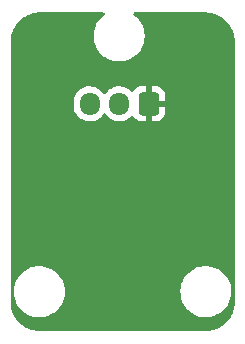
<source format=gbr>
%TF.GenerationSoftware,KiCad,Pcbnew,6.0.10+dfsg-1~bpo11+1*%
%TF.CreationDate,2023-01-29T22:58:32-06:00*%
%TF.ProjectId,hall_pcb,68616c6c-5f70-4636-922e-6b696361645f,rev?*%
%TF.SameCoordinates,Original*%
%TF.FileFunction,Copper,L2,Bot*%
%TF.FilePolarity,Positive*%
%FSLAX46Y46*%
G04 Gerber Fmt 4.6, Leading zero omitted, Abs format (unit mm)*
G04 Created by KiCad (PCBNEW 6.0.10+dfsg-1~bpo11+1) date 2023-01-29 22:58:32*
%MOMM*%
%LPD*%
G01*
G04 APERTURE LIST*
G04 Aperture macros list*
%AMRoundRect*
0 Rectangle with rounded corners*
0 $1 Rounding radius*
0 $2 $3 $4 $5 $6 $7 $8 $9 X,Y pos of 4 corners*
0 Add a 4 corners polygon primitive as box body*
4,1,4,$2,$3,$4,$5,$6,$7,$8,$9,$2,$3,0*
0 Add four circle primitives for the rounded corners*
1,1,$1+$1,$2,$3*
1,1,$1+$1,$4,$5*
1,1,$1+$1,$6,$7*
1,1,$1+$1,$8,$9*
0 Add four rect primitives between the rounded corners*
20,1,$1+$1,$2,$3,$4,$5,0*
20,1,$1+$1,$4,$5,$6,$7,0*
20,1,$1+$1,$6,$7,$8,$9,0*
20,1,$1+$1,$8,$9,$2,$3,0*%
G04 Aperture macros list end*
%TA.AperFunction,ComponentPad*%
%ADD10RoundRect,0.250000X0.600000X0.725000X-0.600000X0.725000X-0.600000X-0.725000X0.600000X-0.725000X0*%
%TD*%
%TA.AperFunction,ComponentPad*%
%ADD11O,1.700000X1.950000*%
%TD*%
%TA.AperFunction,ViaPad*%
%ADD12C,0.800000*%
%TD*%
G04 APERTURE END LIST*
D10*
%TO.P,J1,1,Pin_1*%
%TO.N,+3V3*%
X137700000Y-58800000D03*
D11*
%TO.P,J1,2,Pin_2*%
%TO.N,/Vout*%
X135200000Y-58800000D03*
%TO.P,J1,3,Pin_3*%
%TO.N,GNDREF*%
X132700000Y-58800000D03*
%TD*%
D12*
%TO.N,+3V3*%
X139787500Y-64562500D03*
%TD*%
%TA.AperFunction,Conductor*%
%TO.N,+3V3*%
G36*
X133941804Y-51078502D02*
G01*
X133988297Y-51132158D01*
X133998401Y-51202432D01*
X133968907Y-51267012D01*
X133952464Y-51282834D01*
X133898166Y-51326335D01*
X133735549Y-51456616D01*
X133732605Y-51459718D01*
X133732601Y-51459722D01*
X133535911Y-51666990D01*
X133532961Y-51670099D01*
X133361220Y-51909102D01*
X133223504Y-52169201D01*
X133122362Y-52445584D01*
X133059666Y-52733137D01*
X133036575Y-53026538D01*
X133053516Y-53320358D01*
X133054341Y-53324565D01*
X133054342Y-53324570D01*
X133069126Y-53399921D01*
X133110177Y-53609160D01*
X133111564Y-53613210D01*
X133111565Y-53613215D01*
X133131123Y-53670339D01*
X133205509Y-53887601D01*
X133337747Y-54150528D01*
X133340173Y-54154057D01*
X133340176Y-54154063D01*
X133379950Y-54211934D01*
X133504445Y-54393075D01*
X133702518Y-54610754D01*
X133705807Y-54613504D01*
X133925009Y-54796786D01*
X133925014Y-54796790D01*
X133928301Y-54799538D01*
X133994051Y-54840783D01*
X134173976Y-54953650D01*
X134173980Y-54953652D01*
X134177616Y-54955933D01*
X134250293Y-54988748D01*
X134441937Y-55075279D01*
X134441941Y-55075281D01*
X134445849Y-55077045D01*
X134449968Y-55078265D01*
X134723924Y-55159415D01*
X134723929Y-55159416D01*
X134728037Y-55160633D01*
X134732271Y-55161281D01*
X134732276Y-55161282D01*
X135014717Y-55204501D01*
X135014719Y-55204501D01*
X135018959Y-55205150D01*
X135168772Y-55207504D01*
X135308940Y-55209706D01*
X135308946Y-55209706D01*
X135313231Y-55209773D01*
X135605408Y-55174416D01*
X135890082Y-55099733D01*
X136161988Y-54987106D01*
X136416092Y-54838619D01*
X136647694Y-54657021D01*
X136695605Y-54607581D01*
X136849523Y-54448748D01*
X136852506Y-54445670D01*
X137026741Y-54208479D01*
X137167172Y-53949836D01*
X137271203Y-53674527D01*
X137315692Y-53480279D01*
X137335949Y-53391831D01*
X137335950Y-53391827D01*
X137336907Y-53387647D01*
X137337943Y-53376047D01*
X137362849Y-53096970D01*
X137362849Y-53096968D01*
X137363069Y-53094504D01*
X137363544Y-53049194D01*
X137363375Y-53046713D01*
X137343819Y-52759844D01*
X137343818Y-52759838D01*
X137343527Y-52755567D01*
X137283845Y-52467374D01*
X137185603Y-52189947D01*
X137050618Y-51928420D01*
X137034589Y-51905612D01*
X136883856Y-51691142D01*
X136883855Y-51691141D01*
X136881389Y-51687632D01*
X136700069Y-51492507D01*
X136683965Y-51475177D01*
X136683964Y-51475176D01*
X136681048Y-51472038D01*
X136658936Y-51453939D01*
X136567174Y-51378834D01*
X136453300Y-51285629D01*
X136453541Y-51285334D01*
X136411076Y-51231442D01*
X136404259Y-51160774D01*
X136436731Y-51097638D01*
X136498181Y-51062080D01*
X136528005Y-51058500D01*
X142492158Y-51058500D01*
X142495280Y-51058539D01*
X142503339Y-51058739D01*
X142620477Y-51061643D01*
X142626671Y-51061949D01*
X142743183Y-51070618D01*
X142749351Y-51071230D01*
X142864852Y-51085577D01*
X142870955Y-51086487D01*
X142985265Y-51106432D01*
X142991321Y-51107642D01*
X143104277Y-51133113D01*
X143110239Y-51134611D01*
X143221629Y-51165522D01*
X143227470Y-51167298D01*
X143320625Y-51198120D01*
X143337089Y-51203568D01*
X143342873Y-51205640D01*
X143450522Y-51247184D01*
X143456190Y-51249532D01*
X143495643Y-51267012D01*
X143561700Y-51296280D01*
X143567258Y-51298907D01*
X143670417Y-51350773D01*
X143675833Y-51353664D01*
X143753240Y-51397441D01*
X143776438Y-51410561D01*
X143781712Y-51413716D01*
X143858975Y-51462546D01*
X143879576Y-51475566D01*
X143884716Y-51478994D01*
X143979659Y-51545729D01*
X143984631Y-51549409D01*
X144076422Y-51620916D01*
X144081221Y-51624848D01*
X144169753Y-51701118D01*
X144174354Y-51705285D01*
X144219285Y-51748042D01*
X144225989Y-51755129D01*
X144230095Y-51761637D01*
X144241317Y-51771548D01*
X144264393Y-51791929D01*
X144272258Y-51799507D01*
X144335476Y-51865936D01*
X144344702Y-51875631D01*
X144348880Y-51880244D01*
X144425156Y-51968783D01*
X144429083Y-51973577D01*
X144500594Y-52065373D01*
X144504280Y-52070351D01*
X144571005Y-52165283D01*
X144574432Y-52170422D01*
X144636274Y-52268272D01*
X144639438Y-52273561D01*
X144696338Y-52374171D01*
X144699235Y-52379599D01*
X144710364Y-52401733D01*
X144741337Y-52463336D01*
X144751088Y-52482731D01*
X144753712Y-52488282D01*
X144756596Y-52494791D01*
X144800458Y-52593785D01*
X144802809Y-52599461D01*
X144844362Y-52707130D01*
X144846432Y-52712910D01*
X144853235Y-52733472D01*
X144882696Y-52822516D01*
X144884485Y-52828401D01*
X144915389Y-52939763D01*
X144916891Y-52945741D01*
X144942356Y-53058676D01*
X144943566Y-53064731D01*
X144963027Y-53176253D01*
X144963509Y-53179018D01*
X144964424Y-53185147D01*
X144978768Y-53300628D01*
X144979382Y-53306810D01*
X144988052Y-53423345D01*
X144988358Y-53429533D01*
X144989462Y-53474066D01*
X144991380Y-53551463D01*
X144991417Y-53555353D01*
X144991064Y-53613215D01*
X144991024Y-53619721D01*
X144991408Y-53621065D01*
X144991500Y-53622410D01*
X144991500Y-75541399D01*
X144991498Y-75542142D01*
X144991492Y-75543160D01*
X144991455Y-75545529D01*
X144989996Y-75604418D01*
X144988359Y-75670456D01*
X144988052Y-75676664D01*
X144986540Y-75696984D01*
X144979382Y-75793187D01*
X144978768Y-75799369D01*
X144964425Y-75914835D01*
X144963511Y-75920961D01*
X144943563Y-76035284D01*
X144942355Y-76041327D01*
X144927504Y-76107190D01*
X144916890Y-76154262D01*
X144915389Y-76160235D01*
X144886474Y-76264434D01*
X144884483Y-76271607D01*
X144882698Y-76277478D01*
X144846435Y-76387077D01*
X144846433Y-76387084D01*
X144844364Y-76392862D01*
X144807098Y-76489425D01*
X144802813Y-76500527D01*
X144800465Y-76506194D01*
X144753714Y-76611711D01*
X144751110Y-76617222D01*
X144699229Y-76720411D01*
X144696332Y-76725838D01*
X144639453Y-76826410D01*
X144636288Y-76831700D01*
X144574421Y-76929588D01*
X144570995Y-76934725D01*
X144504273Y-77029654D01*
X144500587Y-77034633D01*
X144429090Y-77126411D01*
X144425163Y-77131205D01*
X144348900Y-77219729D01*
X144348895Y-77219735D01*
X144344719Y-77224346D01*
X144295789Y-77275764D01*
X144274900Y-77297715D01*
X144265871Y-77306309D01*
X144240990Y-77327747D01*
X144240988Y-77327749D01*
X144234192Y-77333605D01*
X144229311Y-77341136D01*
X144226600Y-77344243D01*
X144218522Y-77352679D01*
X144174322Y-77394741D01*
X144169731Y-77398897D01*
X144081218Y-77475151D01*
X144076430Y-77479075D01*
X144027837Y-77516930D01*
X143984630Y-77550589D01*
X143979653Y-77554273D01*
X143884719Y-77621001D01*
X143879579Y-77624429D01*
X143781726Y-77686273D01*
X143776437Y-77689437D01*
X143675827Y-77746337D01*
X143670399Y-77749234D01*
X143567269Y-77801086D01*
X143561717Y-77803710D01*
X143561676Y-77803729D01*
X143456195Y-77850465D01*
X143450518Y-77852816D01*
X143342863Y-77894362D01*
X143337078Y-77896434D01*
X143227504Y-77932689D01*
X143221617Y-77934479D01*
X143110241Y-77965387D01*
X143104264Y-77966889D01*
X142991319Y-77992356D01*
X142985283Y-77993562D01*
X142870958Y-78013511D01*
X142864848Y-78014423D01*
X142749370Y-78028767D01*
X142743202Y-78029379D01*
X142626656Y-78038051D01*
X142620463Y-78038357D01*
X142498273Y-78041386D01*
X142495282Y-78041460D01*
X142492160Y-78041499D01*
X128507841Y-78041499D01*
X128504720Y-78041460D01*
X128500373Y-78041352D01*
X128379527Y-78038357D01*
X128373334Y-78038051D01*
X128256812Y-78029381D01*
X128250630Y-78028767D01*
X128135164Y-78014424D01*
X128129038Y-78013510D01*
X128014715Y-77993562D01*
X128008670Y-77992354D01*
X127895743Y-77966890D01*
X127889767Y-77965388D01*
X127778388Y-77934480D01*
X127772530Y-77932699D01*
X127662888Y-77896423D01*
X127657141Y-77894365D01*
X127549463Y-77852808D01*
X127543804Y-77850464D01*
X127438276Y-77803708D01*
X127432776Y-77801109D01*
X127329576Y-77749222D01*
X127324160Y-77746331D01*
X127223588Y-77689452D01*
X127218298Y-77686287D01*
X127120410Y-77624420D01*
X127115273Y-77620994D01*
X127020344Y-77554272D01*
X127015364Y-77550586D01*
X126923579Y-77479083D01*
X126918775Y-77475146D01*
X126830261Y-77398893D01*
X126825637Y-77394706D01*
X126780721Y-77351961D01*
X126774009Y-77344865D01*
X126769904Y-77338360D01*
X126735603Y-77308066D01*
X126727751Y-77300500D01*
X126664527Y-77234062D01*
X126655283Y-77224348D01*
X126651100Y-77219729D01*
X126574858Y-77131231D01*
X126570919Y-77126424D01*
X126499405Y-77034623D01*
X126495721Y-77029646D01*
X126429004Y-76934727D01*
X126425576Y-76929587D01*
X126380670Y-76858535D01*
X126363718Y-76831712D01*
X126360569Y-76826450D01*
X126303656Y-76725816D01*
X126300765Y-76720398D01*
X126260118Y-76639554D01*
X126248909Y-76617260D01*
X126246286Y-76611711D01*
X126244866Y-76608505D01*
X126199533Y-76506192D01*
X126197183Y-76500517D01*
X126155637Y-76392862D01*
X126153565Y-76387077D01*
X126117310Y-76277503D01*
X126115520Y-76271616D01*
X126084612Y-76160240D01*
X126083110Y-76154262D01*
X126057645Y-76041327D01*
X126056434Y-76035270D01*
X126036489Y-75920963D01*
X126035575Y-75914836D01*
X126033330Y-75896756D01*
X126021233Y-75799369D01*
X126020620Y-75793194D01*
X126011949Y-75676655D01*
X126011642Y-75670445D01*
X126010658Y-75630716D01*
X126008540Y-75545281D01*
X126008501Y-75542159D01*
X126008501Y-74677344D01*
X126286575Y-74677344D01*
X126303516Y-74971164D01*
X126304341Y-74975371D01*
X126304342Y-74975376D01*
X126331150Y-75112014D01*
X126360177Y-75259966D01*
X126361564Y-75264016D01*
X126361565Y-75264021D01*
X126451294Y-75526096D01*
X126455509Y-75538407D01*
X126458966Y-75545281D01*
X126585207Y-75796283D01*
X126587747Y-75801334D01*
X126590173Y-75804863D01*
X126590176Y-75804869D01*
X126653326Y-75896752D01*
X126754445Y-76043881D01*
X126757332Y-76047054D01*
X126757333Y-76047055D01*
X126798161Y-76091924D01*
X126952518Y-76261560D01*
X126955807Y-76264310D01*
X127175009Y-76447592D01*
X127175014Y-76447596D01*
X127178301Y-76450344D01*
X127267334Y-76506194D01*
X127423976Y-76604456D01*
X127423980Y-76604458D01*
X127427616Y-76606739D01*
X127500293Y-76639554D01*
X127691937Y-76726085D01*
X127691941Y-76726087D01*
X127695849Y-76727851D01*
X127699968Y-76729071D01*
X127973924Y-76810221D01*
X127973929Y-76810222D01*
X127978037Y-76811439D01*
X127982271Y-76812087D01*
X127982276Y-76812088D01*
X128264717Y-76855307D01*
X128264719Y-76855307D01*
X128268959Y-76855956D01*
X128418772Y-76858310D01*
X128558940Y-76860512D01*
X128558946Y-76860512D01*
X128563231Y-76860579D01*
X128855408Y-76825222D01*
X129065703Y-76770052D01*
X129135939Y-76751626D01*
X129135940Y-76751626D01*
X129140082Y-76750539D01*
X129411988Y-76637912D01*
X129637382Y-76506202D01*
X129662389Y-76491589D01*
X129662390Y-76491588D01*
X129666092Y-76489425D01*
X129897694Y-76307827D01*
X129931042Y-76273415D01*
X130099523Y-76099554D01*
X130102506Y-76096476D01*
X130276741Y-75859285D01*
X130328739Y-75763517D01*
X130415122Y-75604418D01*
X130415123Y-75604416D01*
X130417172Y-75600642D01*
X130521203Y-75325333D01*
X130586907Y-75038453D01*
X130592537Y-74975376D01*
X130612849Y-74747776D01*
X130612849Y-74747774D01*
X130613069Y-74745310D01*
X130613544Y-74700000D01*
X130612000Y-74677344D01*
X140386575Y-74677344D01*
X140403516Y-74971164D01*
X140404341Y-74975371D01*
X140404342Y-74975376D01*
X140431150Y-75112014D01*
X140460177Y-75259966D01*
X140461564Y-75264016D01*
X140461565Y-75264021D01*
X140551294Y-75526096D01*
X140555509Y-75538407D01*
X140558966Y-75545281D01*
X140685207Y-75796283D01*
X140687747Y-75801334D01*
X140690173Y-75804863D01*
X140690176Y-75804869D01*
X140753326Y-75896752D01*
X140854445Y-76043881D01*
X140857332Y-76047054D01*
X140857333Y-76047055D01*
X140898161Y-76091924D01*
X141052518Y-76261560D01*
X141055807Y-76264310D01*
X141275009Y-76447592D01*
X141275014Y-76447596D01*
X141278301Y-76450344D01*
X141367334Y-76506194D01*
X141523976Y-76604456D01*
X141523980Y-76604458D01*
X141527616Y-76606739D01*
X141600293Y-76639554D01*
X141791937Y-76726085D01*
X141791941Y-76726087D01*
X141795849Y-76727851D01*
X141799968Y-76729071D01*
X142073924Y-76810221D01*
X142073929Y-76810222D01*
X142078037Y-76811439D01*
X142082271Y-76812087D01*
X142082276Y-76812088D01*
X142364717Y-76855307D01*
X142364719Y-76855307D01*
X142368959Y-76855956D01*
X142518772Y-76858310D01*
X142658940Y-76860512D01*
X142658946Y-76860512D01*
X142663231Y-76860579D01*
X142955408Y-76825222D01*
X143165703Y-76770052D01*
X143235939Y-76751626D01*
X143235940Y-76751626D01*
X143240082Y-76750539D01*
X143511988Y-76637912D01*
X143737382Y-76506202D01*
X143762389Y-76491589D01*
X143762390Y-76491588D01*
X143766092Y-76489425D01*
X143997694Y-76307827D01*
X144031042Y-76273415D01*
X144199523Y-76099554D01*
X144202506Y-76096476D01*
X144376741Y-75859285D01*
X144428739Y-75763517D01*
X144515122Y-75604418D01*
X144515123Y-75604416D01*
X144517172Y-75600642D01*
X144621203Y-75325333D01*
X144686907Y-75038453D01*
X144692537Y-74975376D01*
X144712849Y-74747776D01*
X144712849Y-74747774D01*
X144713069Y-74745310D01*
X144713544Y-74700000D01*
X144712000Y-74677344D01*
X144693819Y-74410650D01*
X144693818Y-74410644D01*
X144693527Y-74406373D01*
X144633845Y-74118180D01*
X144535603Y-73840753D01*
X144400618Y-73579226D01*
X144384589Y-73556418D01*
X144233856Y-73341948D01*
X144233855Y-73341947D01*
X144231389Y-73338438D01*
X144031048Y-73122844D01*
X144008936Y-73104745D01*
X143806618Y-72939151D01*
X143803300Y-72936435D01*
X143552361Y-72782660D01*
X143533706Y-72774471D01*
X143286802Y-72666087D01*
X143286798Y-72666086D01*
X143282874Y-72664363D01*
X142999826Y-72583735D01*
X142995584Y-72583131D01*
X142995578Y-72583130D01*
X142712705Y-72542871D01*
X142708454Y-72542266D01*
X142553306Y-72541454D01*
X142418436Y-72540747D01*
X142418430Y-72540747D01*
X142414150Y-72540725D01*
X142409906Y-72541284D01*
X142409902Y-72541284D01*
X142281341Y-72558210D01*
X142122360Y-72579140D01*
X142118220Y-72580273D01*
X142118218Y-72580273D01*
X142101261Y-72584912D01*
X141838483Y-72656800D01*
X141834533Y-72658485D01*
X141571714Y-72770586D01*
X141571707Y-72770590D01*
X141567772Y-72772268D01*
X141415386Y-72863469D01*
X141318918Y-72921204D01*
X141318914Y-72921207D01*
X141315236Y-72923408D01*
X141085549Y-73107422D01*
X141082605Y-73110524D01*
X141082601Y-73110528D01*
X141073491Y-73120128D01*
X140882961Y-73320905D01*
X140711220Y-73559908D01*
X140573504Y-73820007D01*
X140472362Y-74096390D01*
X140409666Y-74383943D01*
X140386575Y-74677344D01*
X130612000Y-74677344D01*
X130593819Y-74410650D01*
X130593818Y-74410644D01*
X130593527Y-74406373D01*
X130533845Y-74118180D01*
X130435603Y-73840753D01*
X130300618Y-73579226D01*
X130284589Y-73556418D01*
X130133856Y-73341948D01*
X130133855Y-73341947D01*
X130131389Y-73338438D01*
X129931048Y-73122844D01*
X129908936Y-73104745D01*
X129706618Y-72939151D01*
X129703300Y-72936435D01*
X129452361Y-72782660D01*
X129433706Y-72774471D01*
X129186802Y-72666087D01*
X129186798Y-72666086D01*
X129182874Y-72664363D01*
X128899826Y-72583735D01*
X128895584Y-72583131D01*
X128895578Y-72583130D01*
X128612705Y-72542871D01*
X128608454Y-72542266D01*
X128453306Y-72541454D01*
X128318436Y-72540747D01*
X128318430Y-72540747D01*
X128314150Y-72540725D01*
X128309906Y-72541284D01*
X128309902Y-72541284D01*
X128181341Y-72558210D01*
X128022360Y-72579140D01*
X128018220Y-72580273D01*
X128018218Y-72580273D01*
X128001261Y-72584912D01*
X127738483Y-72656800D01*
X127734533Y-72658485D01*
X127471714Y-72770586D01*
X127471707Y-72770590D01*
X127467772Y-72772268D01*
X127315386Y-72863469D01*
X127218918Y-72921204D01*
X127218914Y-72921207D01*
X127215236Y-72923408D01*
X126985549Y-73107422D01*
X126982605Y-73110524D01*
X126982601Y-73110528D01*
X126973491Y-73120128D01*
X126782961Y-73320905D01*
X126611220Y-73559908D01*
X126473504Y-73820007D01*
X126372362Y-74096390D01*
X126309666Y-74383943D01*
X126286575Y-74677344D01*
X126008501Y-74677344D01*
X126008501Y-58982890D01*
X131341500Y-58982890D01*
X131356080Y-59154720D01*
X131357418Y-59159875D01*
X131357419Y-59159881D01*
X131412657Y-59372703D01*
X131413999Y-59377872D01*
X131508688Y-59588075D01*
X131637441Y-59779319D01*
X131796576Y-59946135D01*
X131981542Y-60083754D01*
X131986293Y-60086170D01*
X131986297Y-60086172D01*
X132048704Y-60117901D01*
X132187051Y-60188240D01*
X132192145Y-60189822D01*
X132192148Y-60189823D01*
X132392020Y-60251885D01*
X132407227Y-60256607D01*
X132412516Y-60257308D01*
X132630489Y-60286198D01*
X132630494Y-60286198D01*
X132635774Y-60286898D01*
X132641103Y-60286698D01*
X132641105Y-60286698D01*
X132750966Y-60282574D01*
X132866158Y-60278249D01*
X132871468Y-60277135D01*
X133086572Y-60232002D01*
X133091791Y-60230907D01*
X133096750Y-60228949D01*
X133096752Y-60228948D01*
X133301256Y-60148185D01*
X133301258Y-60148184D01*
X133306221Y-60146224D01*
X133405184Y-60086172D01*
X133498757Y-60029390D01*
X133498756Y-60029390D01*
X133503317Y-60026623D01*
X133543493Y-59991760D01*
X133673412Y-59879023D01*
X133673414Y-59879021D01*
X133677445Y-59875523D01*
X133741383Y-59797545D01*
X133820240Y-59701373D01*
X133820244Y-59701367D01*
X133823624Y-59697245D01*
X133841552Y-59665750D01*
X133892632Y-59616445D01*
X133962262Y-59602583D01*
X134028333Y-59628566D01*
X134055573Y-59657716D01*
X134137441Y-59779319D01*
X134296576Y-59946135D01*
X134481542Y-60083754D01*
X134486293Y-60086170D01*
X134486297Y-60086172D01*
X134548704Y-60117901D01*
X134687051Y-60188240D01*
X134692145Y-60189822D01*
X134692148Y-60189823D01*
X134892020Y-60251885D01*
X134907227Y-60256607D01*
X134912516Y-60257308D01*
X135130489Y-60286198D01*
X135130494Y-60286198D01*
X135135774Y-60286898D01*
X135141103Y-60286698D01*
X135141105Y-60286698D01*
X135250966Y-60282574D01*
X135366158Y-60278249D01*
X135371468Y-60277135D01*
X135586572Y-60232002D01*
X135591791Y-60230907D01*
X135596750Y-60228949D01*
X135596752Y-60228948D01*
X135801256Y-60148185D01*
X135801258Y-60148184D01*
X135806221Y-60146224D01*
X135905184Y-60086172D01*
X135998757Y-60029390D01*
X135998756Y-60029390D01*
X136003317Y-60026623D01*
X136043493Y-59991760D01*
X136173412Y-59879023D01*
X136173414Y-59879021D01*
X136177445Y-59875523D01*
X136207006Y-59839471D01*
X136265666Y-59799476D01*
X136336636Y-59797545D01*
X136397384Y-59834290D01*
X136411584Y-59853059D01*
X136498063Y-59992807D01*
X136507099Y-60004208D01*
X136621829Y-60118739D01*
X136633240Y-60127751D01*
X136771243Y-60212816D01*
X136784424Y-60218963D01*
X136938710Y-60270138D01*
X136952086Y-60273005D01*
X137046438Y-60282672D01*
X137052854Y-60283000D01*
X137427885Y-60283000D01*
X137443124Y-60278525D01*
X137444329Y-60277135D01*
X137446000Y-60269452D01*
X137446000Y-60264884D01*
X137954000Y-60264884D01*
X137958475Y-60280123D01*
X137959865Y-60281328D01*
X137967548Y-60282999D01*
X138347095Y-60282999D01*
X138353614Y-60282662D01*
X138449206Y-60272743D01*
X138462600Y-60269851D01*
X138616784Y-60218412D01*
X138629962Y-60212239D01*
X138767807Y-60126937D01*
X138779208Y-60117901D01*
X138893739Y-60003171D01*
X138902751Y-59991760D01*
X138987816Y-59853757D01*
X138993963Y-59840576D01*
X139045138Y-59686290D01*
X139048005Y-59672914D01*
X139057672Y-59578562D01*
X139058000Y-59572146D01*
X139058000Y-59072115D01*
X139053525Y-59056876D01*
X139052135Y-59055671D01*
X139044452Y-59054000D01*
X137972115Y-59054000D01*
X137956876Y-59058475D01*
X137955671Y-59059865D01*
X137954000Y-59067548D01*
X137954000Y-60264884D01*
X137446000Y-60264884D01*
X137446000Y-58527885D01*
X137954000Y-58527885D01*
X137958475Y-58543124D01*
X137959865Y-58544329D01*
X137967548Y-58546000D01*
X139039884Y-58546000D01*
X139055123Y-58541525D01*
X139056328Y-58540135D01*
X139057999Y-58532452D01*
X139057999Y-58027905D01*
X139057662Y-58021386D01*
X139047743Y-57925794D01*
X139044851Y-57912400D01*
X138993412Y-57758216D01*
X138987239Y-57745038D01*
X138901937Y-57607193D01*
X138892901Y-57595792D01*
X138778171Y-57481261D01*
X138766760Y-57472249D01*
X138628757Y-57387184D01*
X138615576Y-57381037D01*
X138461290Y-57329862D01*
X138447914Y-57326995D01*
X138353562Y-57317328D01*
X138347145Y-57317000D01*
X137972115Y-57317000D01*
X137956876Y-57321475D01*
X137955671Y-57322865D01*
X137954000Y-57330548D01*
X137954000Y-58527885D01*
X137446000Y-58527885D01*
X137446000Y-57335116D01*
X137441525Y-57319877D01*
X137440135Y-57318672D01*
X137432452Y-57317001D01*
X137052905Y-57317001D01*
X137046386Y-57317338D01*
X136950794Y-57327257D01*
X136937400Y-57330149D01*
X136783216Y-57381588D01*
X136770038Y-57387761D01*
X136632193Y-57473063D01*
X136620792Y-57482099D01*
X136506261Y-57596829D01*
X136497247Y-57608243D01*
X136411277Y-57747713D01*
X136358505Y-57795207D01*
X136288434Y-57806631D01*
X136223310Y-57778357D01*
X136212847Y-57768570D01*
X136192951Y-57747713D01*
X136103424Y-57653865D01*
X135918458Y-57516246D01*
X135913707Y-57513830D01*
X135913703Y-57513828D01*
X135791731Y-57451815D01*
X135712949Y-57411760D01*
X135707855Y-57410178D01*
X135707852Y-57410177D01*
X135497871Y-57344976D01*
X135492773Y-57343393D01*
X135487484Y-57342692D01*
X135269511Y-57313802D01*
X135269506Y-57313802D01*
X135264226Y-57313102D01*
X135258897Y-57313302D01*
X135258895Y-57313302D01*
X135160368Y-57317001D01*
X135033842Y-57321751D01*
X135028623Y-57322846D01*
X135008849Y-57326995D01*
X134808209Y-57369093D01*
X134803250Y-57371051D01*
X134803248Y-57371052D01*
X134598744Y-57451815D01*
X134598742Y-57451816D01*
X134593779Y-57453776D01*
X134589220Y-57456543D01*
X134589217Y-57456544D01*
X134490832Y-57516246D01*
X134396683Y-57573377D01*
X134392653Y-57576874D01*
X134299484Y-57657722D01*
X134222555Y-57724477D01*
X134219168Y-57728608D01*
X134079760Y-57898627D01*
X134079756Y-57898633D01*
X134076376Y-57902755D01*
X134058448Y-57934250D01*
X134007368Y-57983555D01*
X133937738Y-57997417D01*
X133871667Y-57971434D01*
X133844427Y-57942284D01*
X133765539Y-57825108D01*
X133762559Y-57820681D01*
X133712848Y-57768570D01*
X133607103Y-57657722D01*
X133603424Y-57653865D01*
X133418458Y-57516246D01*
X133413707Y-57513830D01*
X133413703Y-57513828D01*
X133291731Y-57451815D01*
X133212949Y-57411760D01*
X133207855Y-57410178D01*
X133207852Y-57410177D01*
X132997871Y-57344976D01*
X132992773Y-57343393D01*
X132987484Y-57342692D01*
X132769511Y-57313802D01*
X132769506Y-57313802D01*
X132764226Y-57313102D01*
X132758897Y-57313302D01*
X132758895Y-57313302D01*
X132660368Y-57317001D01*
X132533842Y-57321751D01*
X132528623Y-57322846D01*
X132508849Y-57326995D01*
X132308209Y-57369093D01*
X132303250Y-57371051D01*
X132303248Y-57371052D01*
X132098744Y-57451815D01*
X132098742Y-57451816D01*
X132093779Y-57453776D01*
X132089220Y-57456543D01*
X132089217Y-57456544D01*
X131990832Y-57516246D01*
X131896683Y-57573377D01*
X131892653Y-57576874D01*
X131799484Y-57657722D01*
X131722555Y-57724477D01*
X131719168Y-57728608D01*
X131579760Y-57898627D01*
X131579756Y-57898633D01*
X131576376Y-57902755D01*
X131573738Y-57907390D01*
X131573735Y-57907394D01*
X131530382Y-57983555D01*
X131462325Y-58103114D01*
X131383663Y-58319825D01*
X131382714Y-58325074D01*
X131382713Y-58325077D01*
X131343377Y-58542608D01*
X131343376Y-58542615D01*
X131342639Y-58546692D01*
X131341500Y-58570844D01*
X131341500Y-58982890D01*
X126008501Y-58982890D01*
X126008501Y-53558600D01*
X126008503Y-53557856D01*
X126008509Y-53556840D01*
X126008546Y-53554461D01*
X126008620Y-53551463D01*
X126011644Y-53429520D01*
X126011950Y-53423328D01*
X126020619Y-53306810D01*
X126021232Y-53300641D01*
X126028413Y-53242826D01*
X126035578Y-53185147D01*
X126036490Y-53179033D01*
X126038606Y-53166909D01*
X126056434Y-53064731D01*
X126057644Y-53058675D01*
X126083111Y-52945735D01*
X126084613Y-52939759D01*
X126115520Y-52828384D01*
X126117304Y-52822516D01*
X126153578Y-52712881D01*
X126155639Y-52707126D01*
X126174031Y-52659471D01*
X126197191Y-52599461D01*
X126199536Y-52593800D01*
X126216562Y-52555374D01*
X126246281Y-52488298D01*
X126248908Y-52482740D01*
X126300774Y-52379581D01*
X126303671Y-52374153D01*
X126307728Y-52366981D01*
X126360562Y-52273560D01*
X126363717Y-52268286D01*
X126425568Y-52170420D01*
X126428995Y-52165282D01*
X126495721Y-52070351D01*
X126499405Y-52065375D01*
X126570933Y-51973555D01*
X126574846Y-51968778D01*
X126651114Y-51880250D01*
X126655278Y-51875652D01*
X126667067Y-51863264D01*
X126725104Y-51802276D01*
X126734117Y-51793698D01*
X126765807Y-51766392D01*
X126770689Y-51758859D01*
X126773401Y-51755751D01*
X126781488Y-51747306D01*
X126812685Y-51717617D01*
X126825641Y-51705288D01*
X126830245Y-51701118D01*
X126918777Y-51624848D01*
X126923576Y-51620916D01*
X127015368Y-51549409D01*
X127020346Y-51545724D01*
X127096059Y-51492507D01*
X127115284Y-51478994D01*
X127120416Y-51475572D01*
X127218288Y-51413716D01*
X127223550Y-51410567D01*
X127324182Y-51353655D01*
X127329600Y-51350764D01*
X127432732Y-51298911D01*
X127438289Y-51296284D01*
X127458776Y-51287207D01*
X127543800Y-51249535D01*
X127549462Y-51247190D01*
X127549478Y-51247184D01*
X127657140Y-51205634D01*
X127662911Y-51203567D01*
X127693591Y-51193416D01*
X127772517Y-51167303D01*
X127778402Y-51165514D01*
X127889764Y-51134610D01*
X127895742Y-51133108D01*
X128008661Y-51107647D01*
X128014717Y-51106436D01*
X128050073Y-51100267D01*
X128129056Y-51086485D01*
X128135158Y-51085575D01*
X128176652Y-51080421D01*
X128250629Y-51071232D01*
X128256811Y-51070618D01*
X128276374Y-51069162D01*
X128373346Y-51061948D01*
X128379532Y-51061642D01*
X128504718Y-51058539D01*
X128507841Y-51058500D01*
X133873683Y-51058500D01*
X133941804Y-51078502D01*
G37*
%TD.AperFunction*%
%TD*%
M02*

</source>
